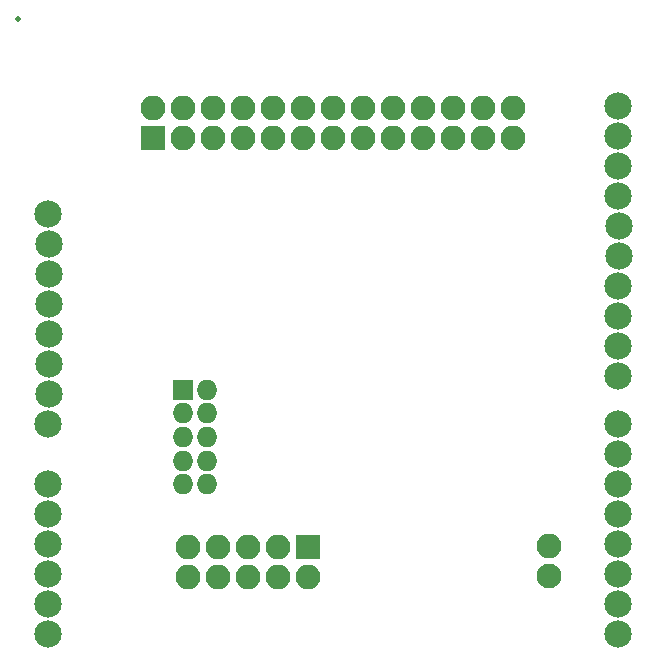
<source format=gbr>
G04 #@! TF.FileFunction,Soldermask,Bot*
%FSLAX46Y46*%
G04 Gerber Fmt 4.6, Leading zero omitted, Abs format (unit mm)*
G04 Created by KiCad (PCBNEW 4.0.6) date 01/08/18 13:51:24*
%MOMM*%
%LPD*%
G01*
G04 APERTURE LIST*
%ADD10C,0.101600*%
%ADD11C,2.305000*%
%ADD12C,0.476200*%
%ADD13R,1.750000X1.750000*%
%ADD14O,1.750000X1.750000*%
%ADD15R,2.100000X2.100000*%
%ADD16O,2.100000X2.100000*%
%ADD17C,2.100000*%
G04 APERTURE END LIST*
D10*
D11*
X112014000Y-91948000D03*
X112039400Y-94513400D03*
X112039400Y-97053400D03*
X112039400Y-99593400D03*
X112064800Y-102133400D03*
X112039400Y-104673400D03*
X112039400Y-107213400D03*
X112014000Y-109728000D03*
X112014000Y-114808000D03*
X112014000Y-117348000D03*
X112014000Y-127508000D03*
X160274000Y-127508000D03*
X112014000Y-124968000D03*
X112014000Y-119888000D03*
X112014000Y-122428000D03*
X160274000Y-124968000D03*
X160274000Y-122428000D03*
X160274000Y-119888000D03*
X160274000Y-117348000D03*
X160274000Y-114808000D03*
X160299400Y-95504000D03*
X160299400Y-92964000D03*
X160274000Y-90424000D03*
X160274000Y-103124000D03*
X160274000Y-98044000D03*
X160274000Y-105664000D03*
X160274000Y-112268000D03*
X160274000Y-109728000D03*
X160274000Y-100584000D03*
X160274000Y-87884000D03*
X160274000Y-85344000D03*
X160274000Y-82804000D03*
D12*
X109474000Y-75438000D03*
D13*
X123458180Y-106860360D03*
D14*
X125458180Y-106860360D03*
X123458180Y-108860360D03*
X125458180Y-108860360D03*
X123458180Y-110860360D03*
X125458180Y-110860360D03*
X123458180Y-112860360D03*
X125458180Y-112860360D03*
X123458180Y-114860360D03*
X125458180Y-114860360D03*
D15*
X120918180Y-85587360D03*
D16*
X120918180Y-83047360D03*
X123458180Y-85587360D03*
X123458180Y-83047360D03*
X125998180Y-85587360D03*
X125998180Y-83047360D03*
X128538180Y-85587360D03*
X128538180Y-83047360D03*
X131078180Y-85587360D03*
X131078180Y-83047360D03*
X133618180Y-85587360D03*
X133618180Y-83047360D03*
X136158180Y-85587360D03*
X136158180Y-83047360D03*
X138698180Y-85587360D03*
X138698180Y-83047360D03*
X141238180Y-85587360D03*
X141238180Y-83047360D03*
X143778180Y-85587360D03*
X143778180Y-83047360D03*
X146318180Y-85587360D03*
X146318180Y-83047360D03*
X148858180Y-85587360D03*
X148858180Y-83047360D03*
X151398180Y-85587360D03*
X151398180Y-83047360D03*
D15*
X133999180Y-120142000D03*
D16*
X133999180Y-122682000D03*
X131459180Y-120142000D03*
X131459180Y-122682000D03*
X128919180Y-120142000D03*
X128919180Y-122682000D03*
X126379180Y-120142000D03*
X126379180Y-122682000D03*
X123839180Y-120142000D03*
X123839180Y-122682000D03*
D17*
X154446180Y-122671360D03*
D16*
X154446180Y-120131360D03*
M02*

</source>
